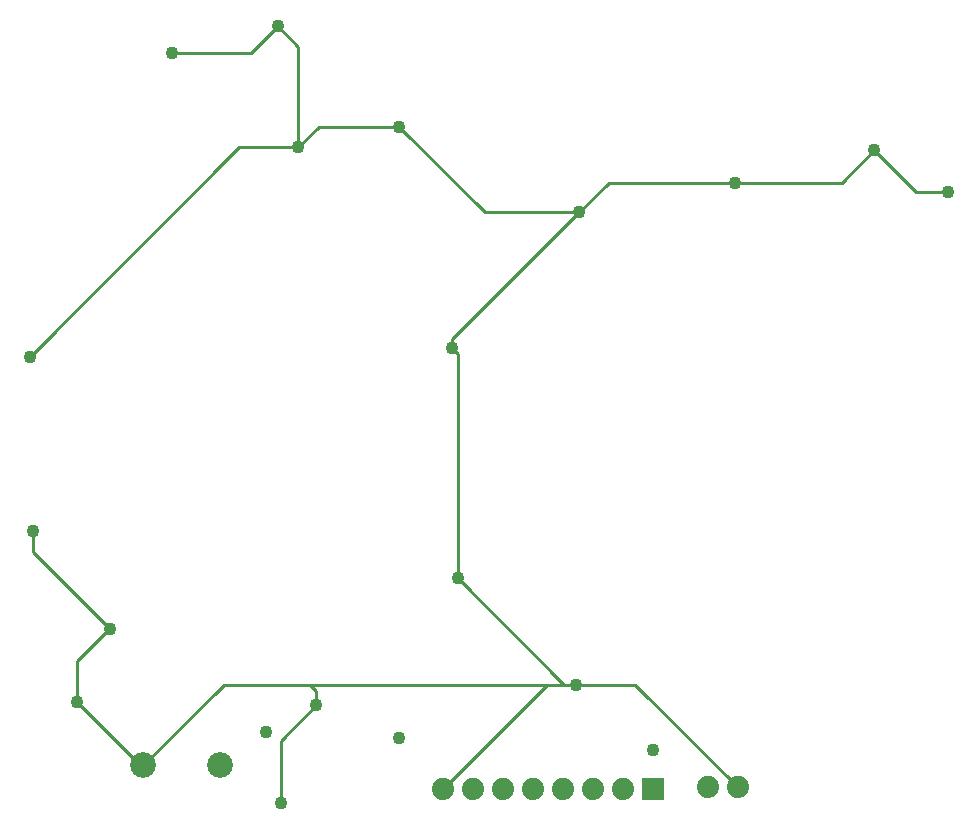
<source format=gbl>
G04 EAGLE Gerber RS-274X export*
G75*
%MOMM*%
%FSLAX34Y34*%
%LPD*%
%AMOC8*
5,1,8,0,0,1.08239X$1,22.5*%
G01*
%ADD10R,1.879600X1.879600*%
%ADD11C,1.879600*%
%ADD12C,2.184400*%
%ADD13C,1.100000*%
%ADD14C,0.254000*%


D10*
X600200Y316800D03*
D11*
X574800Y316800D03*
X549400Y316800D03*
X524000Y316800D03*
X498600Y316800D03*
X473200Y316800D03*
X447800Y316800D03*
X422400Y316800D03*
D12*
X168561Y336800D03*
X233839Y336800D03*
D11*
X646300Y318000D03*
X671700Y318000D03*
D13*
X430000Y690000D03*
X850000Y822500D03*
X787500Y857500D03*
D14*
X822500Y822500D02*
X850000Y822500D01*
X822500Y822500D02*
X787500Y857500D01*
D13*
X535000Y405000D03*
D14*
X584700Y405000D01*
X671700Y318000D01*
D13*
X112500Y390000D03*
D14*
X165700Y336800D01*
X168561Y336800D01*
D13*
X140000Y452500D03*
D14*
X138750Y451250D01*
X112500Y425000D01*
X112500Y390000D01*
X168561Y336800D02*
X236761Y405000D01*
X310000Y405000D01*
D13*
X435000Y495000D03*
D14*
X510600Y405000D02*
X518100Y405000D01*
X525000Y405000D02*
X435000Y495000D01*
X525000Y405000D02*
X535000Y405000D01*
X435000Y685000D02*
X430000Y690000D01*
X435000Y685000D02*
X435000Y495000D01*
D13*
X537500Y805000D03*
D14*
X430000Y697500D01*
X430000Y690000D01*
D13*
X385000Y877500D03*
D14*
X457500Y805000D01*
X537500Y805000D01*
D13*
X300000Y860000D03*
D14*
X317500Y877500D01*
X385000Y877500D01*
D13*
X282500Y962500D03*
X670000Y830000D03*
D14*
X760000Y830000D01*
X787500Y857500D01*
X670000Y830000D02*
X562500Y830000D01*
X537500Y805000D01*
X510600Y405000D02*
X422400Y316800D01*
X518100Y405000D02*
X525000Y405000D01*
D13*
X315000Y387500D03*
D14*
X315000Y400000D01*
X310000Y405000D01*
D13*
X285000Y305000D03*
D14*
X285000Y357500D01*
X315000Y387500D01*
D13*
X72500Y682500D03*
D14*
X250000Y860000D01*
X300000Y860000D01*
D13*
X75000Y535000D03*
D14*
X75000Y517500D02*
X140000Y452500D01*
X75000Y517500D02*
X75000Y535000D01*
D13*
X192500Y940000D03*
D14*
X282500Y962500D02*
X300000Y945000D01*
X260000Y940000D02*
X192500Y940000D01*
X260000Y940000D02*
X282500Y962500D01*
X300000Y945000D02*
X300000Y860000D01*
X310000Y405000D02*
X510600Y405000D01*
D13*
X272500Y365000D03*
X385000Y360000D03*
X600000Y350000D03*
M02*

</source>
